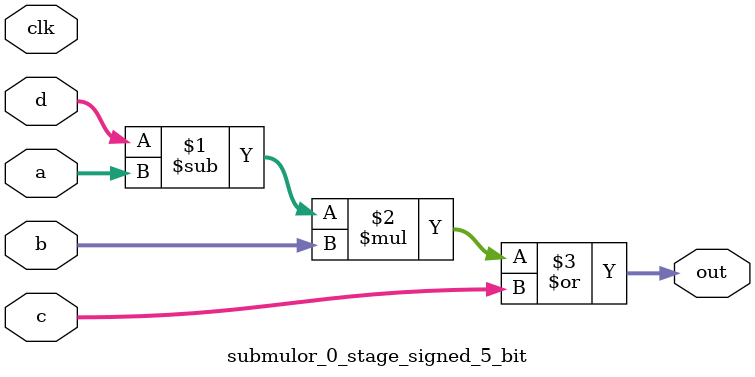
<source format=sv>
(* use_dsp = "yes" *) module submulor_0_stage_signed_5_bit(
	input signed [4:0] a,
	input signed [4:0] b,
	input signed [4:0] c,
	input signed [4:0] d,
	output [4:0] out,
	input clk);

	assign out = ((d - a) * b) | c;
endmodule

</source>
